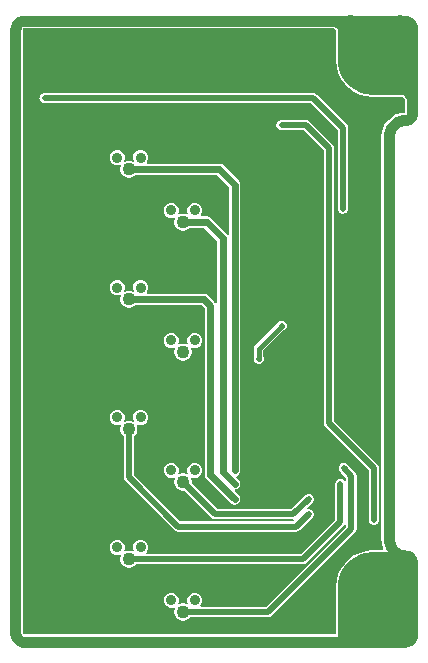
<source format=gbr>
G04*
G04 #@! TF.GenerationSoftware,Altium Limited,Altium Designer,24.1.2 (44)*
G04*
G04 Layer_Physical_Order=1*
G04 Layer_Color=255*
%FSLAX44Y44*%
%MOMM*%
G71*
G04*
G04 #@! TF.SameCoordinates,72F2B316-7FC6-4B7C-B3EC-A1DFD3802FF3*
G04*
G04*
G04 #@! TF.FilePolarity,Positive*
G04*
G01*
G75*
%ADD11C,0.8890*%
%ADD21C,0.5000*%
%ADD22C,0.3810*%
%ADD23C,0.6000*%
%ADD24R,2.8702X4.5878*%
%ADD25R,3.1554X1.8640*%
%ADD26R,6.3304X3.1555*%
%ADD27R,3.9234X4.6101*%
%ADD28R,3.1533X6.3308*%
%ADD29C,1.1000*%
%ADD30C,0.9000*%
%ADD31C,0.6000*%
%ADD32C,6.3500*%
%ADD33C,1.0000*%
%ADD34C,0.5000*%
G36*
X333000Y526110D02*
X332080Y526040D01*
X331378Y525829D01*
X330893Y525477D01*
X330626Y524985D01*
X330577Y524352D01*
X330746Y523578D01*
X331132Y522663D01*
X331680Y521705D01*
X332657Y521154D01*
X333573Y520778D01*
X334348Y520623D01*
X334982Y520689D01*
X335475Y520976D01*
X335827Y521484D01*
X336038Y522213D01*
X336109Y523163D01*
X344999Y521576D01*
X344945Y519199D01*
X344513Y513960D01*
X343650Y508077D01*
X341747Y499000D01*
X343650Y489923D01*
X344513Y484040D01*
X344945Y478801D01*
X344999Y476424D01*
X336109Y463422D01*
X329065Y474394D01*
X329946Y477157D01*
X336912Y499000D01*
X330161Y520171D01*
X309000Y526910D01*
X284403Y519076D01*
X273424Y526110D01*
X286437Y535000D01*
X294054Y534514D01*
X296914Y534137D01*
X309000Y531600D01*
X321086Y534137D01*
X323946Y534514D01*
X331562Y535000D01*
X333000Y526110D01*
D02*
G37*
G36*
X12000Y524208D02*
X273029D01*
X275435Y522666D01*
Y499000D01*
X275470Y498825D01*
Y496361D01*
X276296Y491148D01*
X277927Y486129D01*
X280323Y481426D01*
X283425Y477157D01*
X287157Y473425D01*
X291426Y470323D01*
X296129Y467926D01*
X301148Y466296D01*
X306361Y465470D01*
X311639D01*
X312113Y465545D01*
X332589D01*
X334207Y463025D01*
Y452692D01*
X330949Y452371D01*
X327053Y451189D01*
X323462Y449270D01*
X320314Y446687D01*
X317731Y443539D01*
X315812Y439948D01*
X314630Y436052D01*
X314236Y432055D01*
X314212Y432055D01*
X314209Y432038D01*
X314212Y432026D01*
X314208Y431903D01*
X314208Y430785D01*
Y92000D01*
X314251Y91782D01*
X314629Y87948D01*
X315811Y84052D01*
X316012Y83676D01*
X315359Y82587D01*
X308356D01*
X308070Y82530D01*
X306361D01*
X301148Y81704D01*
X296129Y80073D01*
X291426Y77677D01*
X287157Y74575D01*
X283425Y70843D01*
X280323Y66574D01*
X277927Y61871D01*
X276296Y56852D01*
X275470Y51639D01*
Y50721D01*
X275435Y50546D01*
Y10792D01*
X12000D01*
X11847Y10761D01*
X11079Y11079D01*
X10761Y11847D01*
X10792Y12000D01*
Y523000D01*
X10761Y523153D01*
X11079Y523921D01*
X11847Y524239D01*
X12000Y524208D01*
D02*
G37*
G36*
X330288Y72667D02*
X332579Y71183D01*
X333510Y70751D01*
X334298Y70525D01*
X334943Y70505D01*
X335444Y70692D01*
X335802Y71086D01*
X336017Y71685D01*
X336088Y72491D01*
X344978Y71753D01*
X344925Y69378D01*
X344497Y64137D01*
X343642Y58244D01*
X341728Y49000D01*
X343642Y39756D01*
X344497Y33863D01*
X344925Y28622D01*
X344978Y26247D01*
X336088Y13388D01*
X328927Y24282D01*
X336933Y49000D01*
X328927Y73718D01*
X330288Y72667D01*
D02*
G37*
%LPC*%
G36*
X111749Y420780D02*
X109251D01*
X106943Y419824D01*
X105176Y418057D01*
X104220Y415749D01*
Y413251D01*
X104778Y411903D01*
X103770Y411018D01*
X103310Y411284D01*
X101458Y411780D01*
X99542D01*
X97690Y411284D01*
X97230Y411018D01*
X96222Y411903D01*
X96780Y413251D01*
Y415749D01*
X95824Y418057D01*
X94057Y419824D01*
X91749Y420780D01*
X89251D01*
X86943Y419824D01*
X85176Y418057D01*
X84220Y415749D01*
Y413251D01*
X85176Y410943D01*
X86943Y409176D01*
X89251Y408220D01*
X91749D01*
X93097Y408778D01*
X93982Y407770D01*
X93716Y407310D01*
X93220Y405458D01*
Y403542D01*
X93716Y401690D01*
X94675Y400030D01*
X96030Y398675D01*
X97690Y397716D01*
X99542Y397220D01*
X101458D01*
X103310Y397716D01*
X104970Y398675D01*
X105922Y399626D01*
X175141D01*
X185149Y389619D01*
Y349134D01*
X183879Y348749D01*
X183278Y349648D01*
X169680Y363246D01*
X168099Y364303D01*
X166234Y364674D01*
X161714D01*
X161228Y365847D01*
X161624Y366243D01*
X162580Y368551D01*
Y371049D01*
X161624Y373357D01*
X159857Y375124D01*
X157549Y376080D01*
X155051D01*
X152743Y375124D01*
X150976Y373357D01*
X150020Y371049D01*
Y368551D01*
X150578Y367202D01*
X149570Y366318D01*
X149110Y366584D01*
X147258Y367080D01*
X145342D01*
X143490Y366584D01*
X143030Y366318D01*
X142022Y367202D01*
X142580Y368551D01*
Y371049D01*
X141624Y373357D01*
X139857Y375124D01*
X137549Y376080D01*
X135051D01*
X132743Y375124D01*
X130976Y373357D01*
X130020Y371049D01*
Y368551D01*
X130976Y366243D01*
X132743Y364476D01*
X135051Y363520D01*
X137549D01*
X138897Y364078D01*
X139782Y363070D01*
X139516Y362610D01*
X139020Y360758D01*
Y358842D01*
X139516Y356990D01*
X140475Y355330D01*
X141830Y353975D01*
X143490Y353016D01*
X145342Y352520D01*
X147258D01*
X149110Y353016D01*
X150770Y353975D01*
X151722Y354926D01*
X164215D01*
X174958Y344183D01*
Y291396D01*
X173688Y291011D01*
X172864Y292244D01*
X167162Y297946D01*
X165581Y299003D01*
X163716Y299374D01*
X115914D01*
X115428Y300547D01*
X115824Y300943D01*
X116780Y303251D01*
Y305749D01*
X115824Y308057D01*
X114057Y309824D01*
X111749Y310780D01*
X109251D01*
X106943Y309824D01*
X105176Y308057D01*
X104220Y305749D01*
Y303251D01*
X104778Y301903D01*
X103770Y301018D01*
X103310Y301284D01*
X101458Y301780D01*
X99542D01*
X97690Y301284D01*
X97230Y301018D01*
X96222Y301903D01*
X96780Y303251D01*
Y305749D01*
X95824Y308057D01*
X94057Y309824D01*
X91749Y310780D01*
X89251D01*
X86943Y309824D01*
X85176Y308057D01*
X84220Y305749D01*
Y303251D01*
X85176Y300943D01*
X86943Y299176D01*
X89251Y298220D01*
X91749D01*
X93097Y298778D01*
X93982Y297770D01*
X93716Y297310D01*
X93220Y295458D01*
Y293542D01*
X93716Y291690D01*
X94675Y290030D01*
X96030Y288675D01*
X97690Y287716D01*
X99542Y287220D01*
X101458D01*
X103310Y287716D01*
X104970Y288675D01*
X105922Y289626D01*
X161697D01*
X164544Y286779D01*
Y146093D01*
X164915Y144228D01*
X165972Y142647D01*
X186576Y122042D01*
X188158Y120985D01*
X190023Y120614D01*
X191888Y120985D01*
X193469Y122042D01*
X194525Y123623D01*
X194896Y125488D01*
X194525Y127353D01*
X193469Y128934D01*
X189976Y132427D01*
X190492Y133708D01*
X191888Y133985D01*
X193469Y135042D01*
X194525Y136623D01*
X194896Y138488D01*
X194525Y140353D01*
X193469Y141934D01*
X191354Y144049D01*
X191723Y145265D01*
X191888Y145297D01*
X193469Y146354D01*
X194525Y147935D01*
X194896Y149800D01*
Y391637D01*
X194525Y393502D01*
X193469Y395084D01*
X180606Y407946D01*
X179025Y409003D01*
X177160Y409374D01*
X115914D01*
X115428Y410547D01*
X115824Y410943D01*
X116780Y413251D01*
Y415749D01*
X115824Y418057D01*
X114057Y419824D01*
X111749Y420780D01*
D02*
G37*
G36*
X256540Y469184D02*
X29150D01*
X28728Y469100D01*
X28299D01*
X27901Y468936D01*
X27480Y468852D01*
X27123Y468613D01*
X26726Y468448D01*
X26422Y468144D01*
X26064Y467906D01*
X25826Y467548D01*
X25522Y467244D01*
X25357Y466847D01*
X25118Y466490D01*
X25034Y466068D01*
X24870Y465671D01*
Y465242D01*
X24786Y464820D01*
X24870Y464398D01*
Y463969D01*
X25034Y463572D01*
X25118Y463150D01*
X25357Y462793D01*
X25522Y462396D01*
X25826Y462092D01*
X26064Y461734D01*
X26422Y461496D01*
X26726Y461192D01*
X27123Y461027D01*
X27480Y460788D01*
X27901Y460704D01*
X28299Y460540D01*
X28728D01*
X29150Y460456D01*
X254732D01*
X277322Y437866D01*
Y371348D01*
X277406Y370927D01*
Y370497D01*
X277570Y370099D01*
X277654Y369678D01*
X277893Y369321D01*
X278058Y368924D01*
X278362Y368620D01*
X278600Y368262D01*
X278958Y368024D01*
X279262Y367720D01*
X279659Y367555D01*
X280016Y367316D01*
X280438Y367233D01*
X280835Y367068D01*
X281264D01*
X281686Y366984D01*
X282108Y367068D01*
X282537D01*
X282934Y367233D01*
X283356Y367316D01*
X283713Y367555D01*
X284110Y367720D01*
X284414Y368024D01*
X284772Y368262D01*
X285010Y368620D01*
X285314Y368924D01*
X285479Y369321D01*
X285718Y369678D01*
X285802Y370099D01*
X285966Y370497D01*
Y370927D01*
X286050Y371348D01*
Y439674D01*
X285718Y441344D01*
X284772Y442760D01*
X259626Y467906D01*
X258210Y468852D01*
X256540Y469184D01*
D02*
G37*
G36*
X157549Y266080D02*
X155051D01*
X152743Y265124D01*
X150976Y263357D01*
X150020Y261049D01*
Y258551D01*
X150578Y257202D01*
X149570Y256318D01*
X149110Y256584D01*
X147258Y257080D01*
X145342D01*
X143490Y256584D01*
X143030Y256318D01*
X142022Y257202D01*
X142580Y258551D01*
Y261049D01*
X141624Y263357D01*
X139857Y265124D01*
X137549Y266080D01*
X135051D01*
X132743Y265124D01*
X130976Y263357D01*
X130020Y261049D01*
Y258551D01*
X130976Y256243D01*
X132743Y254476D01*
X135051Y253520D01*
X137549D01*
X138897Y254079D01*
X139782Y253070D01*
X139516Y252610D01*
X139020Y250758D01*
Y248842D01*
X139516Y246990D01*
X140475Y245330D01*
X141830Y243974D01*
X143490Y243016D01*
X145342Y242520D01*
X147258D01*
X149110Y243016D01*
X150770Y243974D01*
X152126Y245330D01*
X153084Y246990D01*
X153580Y248842D01*
Y250758D01*
X153084Y252610D01*
X152818Y253070D01*
X153702Y254079D01*
X155051Y253520D01*
X157549D01*
X159857Y254476D01*
X161624Y256243D01*
X162580Y258551D01*
Y261049D01*
X161624Y263357D01*
X159857Y265124D01*
X157549Y266080D01*
D02*
G37*
G36*
X230559Y276568D02*
X228857D01*
X227283Y275916D01*
X226080Y274712D01*
X225557Y273450D01*
X207655Y255549D01*
X206841Y254330D01*
X206555Y252892D01*
Y246293D01*
X206032Y245030D01*
Y243328D01*
X206684Y241755D01*
X207888Y240551D01*
X209461Y239899D01*
X211163D01*
X212736Y240551D01*
X213940Y241755D01*
X214592Y243328D01*
Y245030D01*
X214069Y246293D01*
Y251336D01*
X230870Y268137D01*
X232132Y268660D01*
X233336Y269864D01*
X233988Y271437D01*
Y273139D01*
X233336Y274712D01*
X232132Y275916D01*
X230559Y276568D01*
D02*
G37*
G36*
X111749Y200780D02*
X109251D01*
X106943Y199824D01*
X105176Y198057D01*
X104220Y195749D01*
Y193251D01*
X104778Y191903D01*
X103770Y191018D01*
X103310Y191284D01*
X101458Y191780D01*
X99542D01*
X97690Y191284D01*
X97230Y191018D01*
X96222Y191903D01*
X96780Y193251D01*
Y195749D01*
X95824Y198057D01*
X94057Y199824D01*
X91749Y200780D01*
X89251D01*
X86943Y199824D01*
X85176Y198057D01*
X84220Y195749D01*
Y193251D01*
X85176Y190943D01*
X86943Y189176D01*
X89251Y188220D01*
X91749D01*
X93097Y188778D01*
X93982Y187770D01*
X93716Y187310D01*
X93220Y185458D01*
Y183542D01*
X93716Y181690D01*
X94675Y180030D01*
X96030Y178675D01*
X96136Y178613D01*
Y143848D01*
X96468Y142178D01*
X97414Y140762D01*
X139154Y99022D01*
X140570Y98076D01*
X142240Y97744D01*
X242362D01*
X244032Y98076D01*
X245448Y99022D01*
X255828Y109402D01*
X256066Y109760D01*
X256370Y110064D01*
X256535Y110461D01*
X256774Y110818D01*
X256857Y111240D01*
X257022Y111637D01*
Y112067D01*
X257106Y112488D01*
X257022Y112909D01*
Y113339D01*
X256857Y113736D01*
X256774Y114158D01*
X256535Y114515D01*
X256370Y114912D01*
X256066Y115217D01*
X255828Y115574D01*
X255471Y115812D01*
X255166Y116116D01*
X254769Y116281D01*
X254412Y116520D01*
X253990Y116603D01*
X253593Y116768D01*
X253163D01*
X252742Y116852D01*
X252321Y116768D01*
X251989D01*
X251764Y117031D01*
X251340Y117914D01*
X255828Y122402D01*
X256066Y122760D01*
X256370Y123064D01*
X256535Y123461D01*
X256774Y123818D01*
X256857Y124240D01*
X257022Y124637D01*
Y125067D01*
X257106Y125488D01*
X257022Y125909D01*
Y126339D01*
X256857Y126736D01*
X256774Y127158D01*
X256535Y127515D01*
X256370Y127912D01*
X256066Y128216D01*
X255828Y128574D01*
X255471Y128812D01*
X255166Y129116D01*
X254769Y129281D01*
X254412Y129520D01*
X253990Y129604D01*
X253593Y129768D01*
X253163D01*
X252742Y129852D01*
X252321Y129768D01*
X251891D01*
X251493Y129604D01*
X251072Y129520D01*
X250715Y129281D01*
X250318Y129116D01*
X250014Y128813D01*
X249656Y128574D01*
X237934Y116852D01*
X175420D01*
X153548Y138723D01*
X153580Y138842D01*
Y140758D01*
X153084Y142610D01*
X152818Y143070D01*
X153702Y144079D01*
X155051Y143520D01*
X157549D01*
X159857Y144476D01*
X161624Y146243D01*
X162580Y148551D01*
Y151049D01*
X161624Y153357D01*
X159857Y155124D01*
X157549Y156080D01*
X155051D01*
X152743Y155124D01*
X150976Y153357D01*
X150020Y151049D01*
Y148551D01*
X150578Y147203D01*
X149570Y146318D01*
X149110Y146584D01*
X147258Y147080D01*
X145342D01*
X143490Y146584D01*
X143030Y146318D01*
X142022Y147203D01*
X142580Y148551D01*
Y151049D01*
X141624Y153357D01*
X139857Y155124D01*
X137549Y156080D01*
X135051D01*
X132743Y155124D01*
X130976Y153357D01*
X130020Y151049D01*
Y148551D01*
X130976Y146243D01*
X132743Y144476D01*
X135051Y143520D01*
X137549D01*
X138897Y144079D01*
X139782Y143070D01*
X139516Y142610D01*
X139020Y140758D01*
Y138842D01*
X139516Y136990D01*
X140475Y135330D01*
X141830Y133975D01*
X143490Y133016D01*
X145342Y132520D01*
X147258D01*
X147377Y132552D01*
X170526Y109402D01*
X171942Y108456D01*
X173612Y108124D01*
X239742D01*
X239794Y108134D01*
X240522Y106985D01*
X240142Y106472D01*
X144048D01*
X104864Y145655D01*
Y178613D01*
X104970Y178675D01*
X106325Y180030D01*
X107284Y181690D01*
X107780Y183542D01*
Y185458D01*
X107284Y187310D01*
X107018Y187770D01*
X107902Y188778D01*
X109251Y188220D01*
X111749D01*
X114057Y189176D01*
X115824Y190943D01*
X116780Y193251D01*
Y195749D01*
X115824Y198057D01*
X114057Y199824D01*
X111749Y200780D01*
D02*
G37*
G36*
X282448Y156002D02*
X280778Y155670D01*
X279362Y154724D01*
X278822Y153914D01*
X278820Y153912D01*
X278818Y153910D01*
X278416Y153308D01*
X278275Y152598D01*
X278168Y152339D01*
Y152059D01*
X278084Y151638D01*
X278168Y151217D01*
Y150637D01*
X278390Y150101D01*
X278416Y149968D01*
X278492Y149855D01*
X278820Y149064D01*
X280024Y147860D01*
X280077Y147837D01*
X284559Y143356D01*
Y141092D01*
X283289Y140839D01*
X283282Y140854D01*
X282978Y141158D01*
X282740Y141516D01*
X282382Y141754D01*
X282078Y142058D01*
X281681Y142223D01*
X281324Y142462D01*
X280903Y142545D01*
X280505Y142710D01*
X280075D01*
X279654Y142794D01*
X279233Y142710D01*
X278803D01*
X278405Y142545D01*
X277984Y142462D01*
X277627Y142223D01*
X277230Y142058D01*
X276926Y141754D01*
X276568Y141516D01*
X276330Y141158D01*
X276026Y140854D01*
X275861Y140457D01*
X275622Y140100D01*
X275539Y139678D01*
X275374Y139281D01*
Y138851D01*
X275290Y138430D01*
Y107980D01*
X246175Y78864D01*
X115541D01*
X115015Y80134D01*
X115824Y80943D01*
X116780Y83251D01*
Y85749D01*
X115824Y88057D01*
X114057Y89824D01*
X111749Y90780D01*
X109251D01*
X106943Y89824D01*
X105176Y88057D01*
X104220Y85749D01*
Y83251D01*
X104778Y81903D01*
X103770Y81018D01*
X103310Y81284D01*
X101458Y81780D01*
X99542D01*
X97690Y81284D01*
X97230Y81018D01*
X96222Y81903D01*
X96780Y83251D01*
Y85749D01*
X95824Y88057D01*
X94057Y89824D01*
X91749Y90780D01*
X89251D01*
X86943Y89824D01*
X85176Y88057D01*
X84220Y85749D01*
Y83251D01*
X85176Y80943D01*
X86943Y79176D01*
X89251Y78220D01*
X91749D01*
X93097Y78779D01*
X93982Y77770D01*
X93716Y77310D01*
X93220Y75458D01*
Y73542D01*
X93716Y71690D01*
X94675Y70030D01*
X96030Y68675D01*
X97690Y67716D01*
X99542Y67220D01*
X101458D01*
X103310Y67716D01*
X104970Y68675D01*
X106325Y70030D01*
X106387Y70136D01*
X247982D01*
X249652Y70468D01*
X251068Y71414D01*
X282740Y103086D01*
X283289Y103908D01*
X284559Y103523D01*
Y102008D01*
X216714Y34164D01*
X161341D01*
X160815Y35434D01*
X161624Y36243D01*
X162580Y38551D01*
Y41049D01*
X161624Y43357D01*
X159857Y45124D01*
X157549Y46080D01*
X155051D01*
X152743Y45124D01*
X150976Y43357D01*
X150020Y41049D01*
Y38551D01*
X150578Y37202D01*
X149570Y36318D01*
X149110Y36584D01*
X147258Y37080D01*
X145342D01*
X143490Y36584D01*
X143030Y36318D01*
X142022Y37202D01*
X142580Y38551D01*
Y41049D01*
X141624Y43357D01*
X139857Y45124D01*
X137549Y46080D01*
X135051D01*
X132743Y45124D01*
X130976Y43357D01*
X130020Y41049D01*
Y38551D01*
X130976Y36243D01*
X132743Y34476D01*
X135051Y33520D01*
X137549D01*
X138897Y34079D01*
X139782Y33070D01*
X139516Y32610D01*
X139020Y30758D01*
Y28842D01*
X139516Y26990D01*
X140475Y25330D01*
X141830Y23975D01*
X143490Y23016D01*
X145342Y22520D01*
X147258D01*
X149110Y23016D01*
X150770Y23975D01*
X152126Y25330D01*
X152187Y25436D01*
X218522D01*
X220192Y25768D01*
X221608Y26714D01*
X292008Y97115D01*
X292954Y98531D01*
X293286Y100201D01*
Y145163D01*
X292954Y146833D01*
X292008Y148249D01*
X285534Y154724D01*
X284118Y155670D01*
X282448Y156002D01*
D02*
G37*
G36*
X250425Y446362D02*
X229708D01*
X229286Y446278D01*
X228857D01*
X228459Y446114D01*
X228038Y446030D01*
X227681Y445791D01*
X227283Y445627D01*
X226980Y445323D01*
X226622Y445084D01*
X226384Y444727D01*
X226080Y444423D01*
X225915Y444026D01*
X225676Y443669D01*
X225592Y443247D01*
X225428Y442850D01*
Y442420D01*
X225344Y441998D01*
X225428Y441577D01*
Y441147D01*
X225592Y440750D01*
X225676Y440329D01*
X225915Y439971D01*
X226080Y439574D01*
X226384Y439270D01*
X226622Y438913D01*
X226980Y438674D01*
X227283Y438370D01*
X227681Y438206D01*
X228038Y437967D01*
X228459Y437883D01*
X228857Y437719D01*
X229286D01*
X229708Y437635D01*
X248618D01*
X265638Y420614D01*
Y189738D01*
X265970Y188068D01*
X266916Y186652D01*
X303484Y150084D01*
Y107696D01*
X303568Y107275D01*
Y106697D01*
X303789Y106163D01*
X303816Y106026D01*
X303894Y105910D01*
X304220Y105124D01*
X305424Y103920D01*
X306997Y103268D01*
X308699D01*
X310272Y103920D01*
X311476Y105124D01*
X311802Y105910D01*
X311880Y106026D01*
X311907Y106163D01*
X312128Y106697D01*
Y107275D01*
X312212Y107696D01*
Y151892D01*
X311880Y153562D01*
X310934Y154978D01*
X274366Y191546D01*
Y422422D01*
X274034Y424092D01*
X273088Y425507D01*
X253511Y445084D01*
X252095Y446030D01*
X250425Y446362D01*
D02*
G37*
%LPD*%
D11*
X340554Y452520D02*
X340523Y451758D01*
X335010Y446445D02*
X337621Y447102D01*
X339617Y448909D01*
X340528Y451443D01*
X340533Y72491D02*
X339638Y75057D01*
X337634Y76891D01*
X335000Y77555D01*
X340533Y523583D02*
X339801Y526290D01*
X338132Y528545D01*
X335756Y530034D01*
X333000Y530555D01*
X334968Y446445D02*
X332468Y446221D01*
X330045Y445568D01*
X327771Y444505D01*
X325715Y443065D01*
X323940Y441290D01*
X322499Y439235D01*
X321435Y436962D01*
X320781Y434538D01*
X320556Y432038D01*
X320555Y92000D02*
X320774Y89492D01*
X321426Y87059D01*
X322490Y84777D01*
X323935Y82715D01*
X325715Y80934D01*
X327777Y79490D01*
X330060Y78426D01*
X332492Y77775D01*
X335000Y77555D01*
X12000Y530555D02*
X9665Y530185D01*
X7559Y529112D01*
X5888Y527441D01*
X4815Y525335D01*
X4445Y523000D01*
X333000Y4445D02*
X335758Y4966D01*
X338135Y6458D01*
X339803Y8714D01*
X340533Y11424D01*
X4445Y12000D02*
X4815Y9665D01*
X5888Y7559D01*
X7559Y5888D01*
X9665Y4815D01*
X12000Y4445D01*
X340554Y452520D02*
Y523163D01*
X340533Y11424D02*
Y72491D01*
X12000Y530555D02*
X333000D01*
X320555Y92000D02*
Y431903D01*
X12000Y4445D02*
X333000D01*
X4445Y12000D02*
Y523000D01*
D21*
X270002Y189738D02*
X307848Y151892D01*
X250425Y441998D02*
X270002Y422422D01*
Y189738D02*
Y422422D01*
X307848Y107696D02*
Y151892D01*
X282448Y151638D02*
X288923Y145163D01*
Y100201D02*
Y145163D01*
X218522Y29800D02*
X288923Y100201D01*
X146300Y29800D02*
X218522D01*
X247982Y74500D02*
X279654Y106172D01*
Y138430D01*
X100500Y74500D02*
X247982D01*
X173612Y112488D02*
X239742D01*
X252742Y125488D01*
X242362Y102108D02*
X252742Y112488D01*
X142240Y102108D02*
X242362D01*
X100500Y143848D02*
X142240Y102108D01*
X100500Y143848D02*
Y184500D01*
X146300Y139800D02*
X173612Y112488D01*
X29150Y464820D02*
X256540D01*
X281686Y439674D01*
Y371348D02*
Y439674D01*
X229708Y441998D02*
X250425D01*
D22*
X210312Y252892D02*
X229706Y272286D01*
X210312Y244179D02*
Y252892D01*
D23*
X169418Y146093D02*
X190023Y125488D01*
X169418Y146093D02*
Y288798D01*
X190023Y149800D02*
Y391637D01*
X179832Y148679D02*
Y346202D01*
Y148679D02*
X190023Y138488D01*
X177160Y404500D02*
X190023Y391637D01*
X163716Y294500D02*
X169418Y288798D01*
X100500Y294500D02*
X163716D01*
X166234Y359800D02*
X179832Y346202D01*
X100500Y404500D02*
X177160D01*
X146300Y359800D02*
X166234D01*
D24*
X322707Y57833D02*
D03*
D25*
X324777Y476680D02*
D03*
D26*
X308902Y514777D02*
D03*
D27*
X296867Y27496D02*
D03*
D28*
X324767Y36099D02*
D03*
D29*
X146300Y29800D02*
D03*
X100500Y74500D02*
D03*
X146300Y139800D02*
D03*
X100500Y184500D02*
D03*
X146300Y249800D02*
D03*
X100500Y294500D02*
D03*
X146300Y359800D02*
D03*
X100500Y404500D02*
D03*
D30*
X156300Y39800D02*
D03*
X136300D02*
D03*
X110500Y84500D02*
D03*
X90500D02*
D03*
X156300Y149800D02*
D03*
X136300D02*
D03*
X110500Y194500D02*
D03*
X90500D02*
D03*
X156300Y259800D02*
D03*
X136300D02*
D03*
X110500Y304500D02*
D03*
X90500D02*
D03*
X156300Y369800D02*
D03*
X136300D02*
D03*
X110500Y414500D02*
D03*
X90500D02*
D03*
D31*
X338328Y7114D02*
D03*
X340335Y15778D02*
D03*
Y31779D02*
D03*
Y47779D02*
D03*
X328845Y4644D02*
D03*
X312845D02*
D03*
X296845D02*
D03*
X333114Y530371D02*
D03*
X317114Y530356D02*
D03*
X301114D02*
D03*
X285114D02*
D03*
X269114D02*
D03*
X253114D02*
D03*
X237114D02*
D03*
X221114D02*
D03*
X205114D02*
D03*
X189114D02*
D03*
X173114D02*
D03*
X157114D02*
D03*
X141114D02*
D03*
X125114D02*
D03*
X109114D02*
D03*
X93114D02*
D03*
X77114D02*
D03*
X61114D02*
D03*
X45114D02*
D03*
X29114D02*
D03*
X13114D02*
D03*
X4644Y516782D02*
D03*
Y500782D02*
D03*
Y484782D02*
D03*
Y468782D02*
D03*
Y452782D02*
D03*
Y436782D02*
D03*
Y420782D02*
D03*
Y404782D02*
D03*
Y388782D02*
D03*
Y372782D02*
D03*
Y356782D02*
D03*
Y340782D02*
D03*
Y324782D02*
D03*
Y308782D02*
D03*
Y292782D02*
D03*
Y276782D02*
D03*
Y260782D02*
D03*
Y244782D02*
D03*
Y228782D02*
D03*
Y212782D02*
D03*
Y196782D02*
D03*
Y180782D02*
D03*
Y164782D02*
D03*
Y148782D02*
D03*
Y132782D02*
D03*
Y116782D02*
D03*
Y100782D02*
D03*
Y84782D02*
D03*
Y68782D02*
D03*
Y52782D02*
D03*
Y36782D02*
D03*
Y20782D02*
D03*
X8860Y5348D02*
D03*
X24845Y4644D02*
D03*
X40845D02*
D03*
X56845D02*
D03*
X72845D02*
D03*
X88845D02*
D03*
X104845D02*
D03*
X120845D02*
D03*
X136845D02*
D03*
X152845D02*
D03*
X168845D02*
D03*
X184845D02*
D03*
X200845D02*
D03*
X216845D02*
D03*
X232845D02*
D03*
X248845D02*
D03*
X264845D02*
D03*
X280845D02*
D03*
X340335Y63779D02*
D03*
X332650Y77812D02*
D03*
X321004Y88783D02*
D03*
X320356Y104770D02*
D03*
Y120770D02*
D03*
Y136770D02*
D03*
Y152770D02*
D03*
Y168770D02*
D03*
Y184770D02*
D03*
Y200770D02*
D03*
Y216770D02*
D03*
Y232770D02*
D03*
Y248770D02*
D03*
Y264770D02*
D03*
Y280770D02*
D03*
Y296770D02*
D03*
Y312770D02*
D03*
Y328770D02*
D03*
Y344770D02*
D03*
Y360770D02*
D03*
Y376770D02*
D03*
Y392770D02*
D03*
Y408770D02*
D03*
Y424770D02*
D03*
X323615Y440435D02*
D03*
X337961Y447520D02*
D03*
X340355Y463340D02*
D03*
Y511339D02*
D03*
D32*
X309000Y49000D02*
D03*
Y499000D02*
D03*
D33*
X325164Y482836D02*
D03*
X292836D02*
D03*
Y515164D02*
D03*
X325164D02*
D03*
X331860Y499000D02*
D03*
X309000Y476140D02*
D03*
X286140Y499000D02*
D03*
X309000Y521860D02*
D03*
X325164Y32836D02*
D03*
X292836D02*
D03*
Y65164D02*
D03*
X325164D02*
D03*
X331860Y49000D02*
D03*
X309000Y26140D02*
D03*
X286140Y49000D02*
D03*
X309000Y71860D02*
D03*
D34*
X307848Y107548D02*
D03*
Y88290D02*
D03*
X308102Y177546D02*
D03*
X251040Y157988D02*
D03*
X230970D02*
D03*
X281940Y212598D02*
D03*
Y232668D02*
D03*
X258064Y22606D02*
D03*
Y42676D02*
D03*
X193548Y51816D02*
D03*
X213618D02*
D03*
X178562Y87122D02*
D03*
X198632D02*
D03*
X18796Y135128D02*
D03*
Y115058D02*
D03*
X45466Y17780D02*
D03*
X25396D02*
D03*
X60960Y48514D02*
D03*
X40890D02*
D03*
X61850Y110998D02*
D03*
X41780D02*
D03*
X62992Y158242D02*
D03*
X42922D02*
D03*
X148590Y193548D02*
D03*
Y213618D02*
D03*
X41148Y223774D02*
D03*
X61218D02*
D03*
X44196Y268986D02*
D03*
X64266D02*
D03*
X19050Y357378D02*
D03*
Y337308D02*
D03*
X61850Y336042D02*
D03*
X41780D02*
D03*
X68834Y378714D02*
D03*
X48764D02*
D03*
X145538Y318262D02*
D03*
X165608D02*
D03*
X295148Y320268D02*
D03*
Y380387D02*
D03*
Y340307D02*
D03*
Y400427D02*
D03*
Y360347D02*
D03*
X300905Y452782D02*
D03*
X103209D02*
D03*
X142748D02*
D03*
X182287D02*
D03*
X221827D02*
D03*
X63669Y484782D02*
D03*
X103209D02*
D03*
X142748D02*
D03*
X182287D02*
D03*
X221827D02*
D03*
X261366D02*
D03*
X24130D02*
D03*
Y513588D02*
D03*
X261366D02*
D03*
X221827D02*
D03*
X182287D02*
D03*
X142748D02*
D03*
X103209D02*
D03*
X63669D02*
D03*
X295148Y300228D02*
D03*
X209296Y215646D02*
D03*
X279654Y138430D02*
D03*
X282448Y151488D02*
D03*
X252742Y112488D02*
D03*
Y125488D02*
D03*
X190023Y149800D02*
D03*
Y138488D02*
D03*
Y125488D02*
D03*
X210312Y244179D02*
D03*
X209296Y228092D02*
D03*
X281178Y253238D02*
D03*
X217526Y334621D02*
D03*
X210058Y316738D02*
D03*
X29150Y464820D02*
D03*
X281686Y371348D02*
D03*
X229708Y441998D02*
D03*
X229708Y272288D02*
D03*
M02*

</source>
